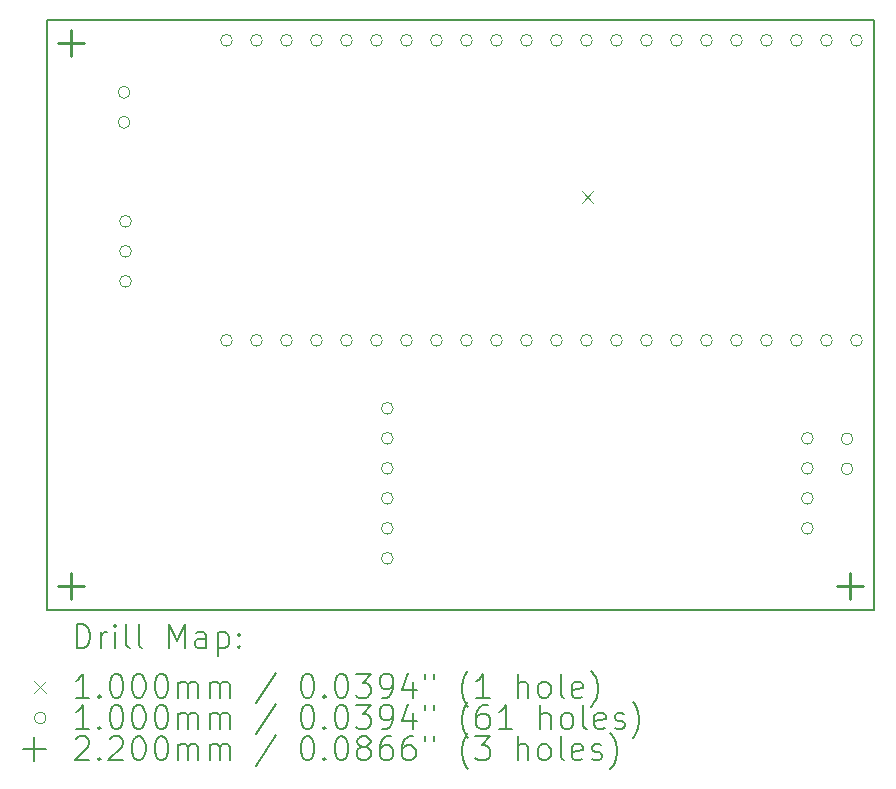
<source format=gbr>
%TF.GenerationSoftware,KiCad,Pcbnew,9.0.5*%
%TF.CreationDate,2025-11-19T03:22:14+02:00*%
%TF.ProjectId,Cronus,43726f6e-7573-42e6-9b69-6361645f7063,rev?*%
%TF.SameCoordinates,PX649cd60PY6c7aff0*%
%TF.FileFunction,Drillmap*%
%TF.FilePolarity,Positive*%
%FSLAX45Y45*%
G04 Gerber Fmt 4.5, Leading zero omitted, Abs format (unit mm)*
G04 Created by KiCad (PCBNEW 9.0.5) date 2025-11-19 03:22:14*
%MOMM*%
%LPD*%
G01*
G04 APERTURE LIST*
%ADD10C,0.200000*%
%ADD11C,0.100000*%
%ADD12C,0.220000*%
G04 APERTURE END LIST*
D10*
X100000Y5100000D02*
X7100000Y5100000D01*
X7100000Y100000D01*
X100000Y100000D01*
X100000Y5100000D01*
D11*
X4623600Y3644100D02*
X4723600Y3544100D01*
X4723600Y3644100D02*
X4623600Y3544100D01*
X799300Y4483600D02*
G75*
G02*
X699300Y4483600I-50000J0D01*
G01*
X699300Y4483600D02*
G75*
G02*
X799300Y4483600I50000J0D01*
G01*
X799300Y4229600D02*
G75*
G02*
X699300Y4229600I-50000J0D01*
G01*
X699300Y4229600D02*
G75*
G02*
X799300Y4229600I50000J0D01*
G01*
X812000Y3390900D02*
G75*
G02*
X712000Y3390900I-50000J0D01*
G01*
X712000Y3390900D02*
G75*
G02*
X812000Y3390900I50000J0D01*
G01*
X812000Y3136900D02*
G75*
G02*
X712000Y3136900I-50000J0D01*
G01*
X712000Y3136900D02*
G75*
G02*
X812000Y3136900I50000J0D01*
G01*
X812000Y2882900D02*
G75*
G02*
X712000Y2882900I-50000J0D01*
G01*
X712000Y2882900D02*
G75*
G02*
X812000Y2882900I50000J0D01*
G01*
X1666600Y4923400D02*
G75*
G02*
X1566600Y4923400I-50000J0D01*
G01*
X1566600Y4923400D02*
G75*
G02*
X1666600Y4923400I50000J0D01*
G01*
X1666600Y2383400D02*
G75*
G02*
X1566600Y2383400I-50000J0D01*
G01*
X1566600Y2383400D02*
G75*
G02*
X1666600Y2383400I50000J0D01*
G01*
X1920600Y4923400D02*
G75*
G02*
X1820600Y4923400I-50000J0D01*
G01*
X1820600Y4923400D02*
G75*
G02*
X1920600Y4923400I50000J0D01*
G01*
X1920600Y2383400D02*
G75*
G02*
X1820600Y2383400I-50000J0D01*
G01*
X1820600Y2383400D02*
G75*
G02*
X1920600Y2383400I50000J0D01*
G01*
X2174600Y4923400D02*
G75*
G02*
X2074600Y4923400I-50000J0D01*
G01*
X2074600Y4923400D02*
G75*
G02*
X2174600Y4923400I50000J0D01*
G01*
X2174600Y2383400D02*
G75*
G02*
X2074600Y2383400I-50000J0D01*
G01*
X2074600Y2383400D02*
G75*
G02*
X2174600Y2383400I50000J0D01*
G01*
X2428600Y4923400D02*
G75*
G02*
X2328600Y4923400I-50000J0D01*
G01*
X2328600Y4923400D02*
G75*
G02*
X2428600Y4923400I50000J0D01*
G01*
X2428600Y2383400D02*
G75*
G02*
X2328600Y2383400I-50000J0D01*
G01*
X2328600Y2383400D02*
G75*
G02*
X2428600Y2383400I50000J0D01*
G01*
X2682600Y4923400D02*
G75*
G02*
X2582600Y4923400I-50000J0D01*
G01*
X2582600Y4923400D02*
G75*
G02*
X2682600Y4923400I50000J0D01*
G01*
X2682600Y2383400D02*
G75*
G02*
X2582600Y2383400I-50000J0D01*
G01*
X2582600Y2383400D02*
G75*
G02*
X2682600Y2383400I50000J0D01*
G01*
X2936600Y4923400D02*
G75*
G02*
X2836600Y4923400I-50000J0D01*
G01*
X2836600Y4923400D02*
G75*
G02*
X2936600Y4923400I50000J0D01*
G01*
X2936600Y2383400D02*
G75*
G02*
X2836600Y2383400I-50000J0D01*
G01*
X2836600Y2383400D02*
G75*
G02*
X2936600Y2383400I50000J0D01*
G01*
X3027552Y1808383D02*
G75*
G02*
X2927552Y1808383I-50000J0D01*
G01*
X2927552Y1808383D02*
G75*
G02*
X3027552Y1808383I50000J0D01*
G01*
X3027552Y1554383D02*
G75*
G02*
X2927552Y1554383I-50000J0D01*
G01*
X2927552Y1554383D02*
G75*
G02*
X3027552Y1554383I50000J0D01*
G01*
X3027552Y1300383D02*
G75*
G02*
X2927552Y1300383I-50000J0D01*
G01*
X2927552Y1300383D02*
G75*
G02*
X3027552Y1300383I50000J0D01*
G01*
X3027552Y1046383D02*
G75*
G02*
X2927552Y1046383I-50000J0D01*
G01*
X2927552Y1046383D02*
G75*
G02*
X3027552Y1046383I50000J0D01*
G01*
X3027552Y792383D02*
G75*
G02*
X2927552Y792383I-50000J0D01*
G01*
X2927552Y792383D02*
G75*
G02*
X3027552Y792383I50000J0D01*
G01*
X3027552Y538383D02*
G75*
G02*
X2927552Y538383I-50000J0D01*
G01*
X2927552Y538383D02*
G75*
G02*
X3027552Y538383I50000J0D01*
G01*
X3190600Y4923400D02*
G75*
G02*
X3090600Y4923400I-50000J0D01*
G01*
X3090600Y4923400D02*
G75*
G02*
X3190600Y4923400I50000J0D01*
G01*
X3190600Y2383400D02*
G75*
G02*
X3090600Y2383400I-50000J0D01*
G01*
X3090600Y2383400D02*
G75*
G02*
X3190600Y2383400I50000J0D01*
G01*
X3444600Y4923400D02*
G75*
G02*
X3344600Y4923400I-50000J0D01*
G01*
X3344600Y4923400D02*
G75*
G02*
X3444600Y4923400I50000J0D01*
G01*
X3444600Y2383400D02*
G75*
G02*
X3344600Y2383400I-50000J0D01*
G01*
X3344600Y2383400D02*
G75*
G02*
X3444600Y2383400I50000J0D01*
G01*
X3698600Y4923400D02*
G75*
G02*
X3598600Y4923400I-50000J0D01*
G01*
X3598600Y4923400D02*
G75*
G02*
X3698600Y4923400I50000J0D01*
G01*
X3698600Y2383400D02*
G75*
G02*
X3598600Y2383400I-50000J0D01*
G01*
X3598600Y2383400D02*
G75*
G02*
X3698600Y2383400I50000J0D01*
G01*
X3952600Y4923400D02*
G75*
G02*
X3852600Y4923400I-50000J0D01*
G01*
X3852600Y4923400D02*
G75*
G02*
X3952600Y4923400I50000J0D01*
G01*
X3952600Y2383400D02*
G75*
G02*
X3852600Y2383400I-50000J0D01*
G01*
X3852600Y2383400D02*
G75*
G02*
X3952600Y2383400I50000J0D01*
G01*
X4206600Y4923400D02*
G75*
G02*
X4106600Y4923400I-50000J0D01*
G01*
X4106600Y4923400D02*
G75*
G02*
X4206600Y4923400I50000J0D01*
G01*
X4206600Y2383400D02*
G75*
G02*
X4106600Y2383400I-50000J0D01*
G01*
X4106600Y2383400D02*
G75*
G02*
X4206600Y2383400I50000J0D01*
G01*
X4460600Y4923400D02*
G75*
G02*
X4360600Y4923400I-50000J0D01*
G01*
X4360600Y4923400D02*
G75*
G02*
X4460600Y4923400I50000J0D01*
G01*
X4460600Y2383400D02*
G75*
G02*
X4360600Y2383400I-50000J0D01*
G01*
X4360600Y2383400D02*
G75*
G02*
X4460600Y2383400I50000J0D01*
G01*
X4714600Y4923400D02*
G75*
G02*
X4614600Y4923400I-50000J0D01*
G01*
X4614600Y4923400D02*
G75*
G02*
X4714600Y4923400I50000J0D01*
G01*
X4714600Y2383400D02*
G75*
G02*
X4614600Y2383400I-50000J0D01*
G01*
X4614600Y2383400D02*
G75*
G02*
X4714600Y2383400I50000J0D01*
G01*
X4968600Y4923400D02*
G75*
G02*
X4868600Y4923400I-50000J0D01*
G01*
X4868600Y4923400D02*
G75*
G02*
X4968600Y4923400I50000J0D01*
G01*
X4968600Y2383400D02*
G75*
G02*
X4868600Y2383400I-50000J0D01*
G01*
X4868600Y2383400D02*
G75*
G02*
X4968600Y2383400I50000J0D01*
G01*
X5222600Y4923400D02*
G75*
G02*
X5122600Y4923400I-50000J0D01*
G01*
X5122600Y4923400D02*
G75*
G02*
X5222600Y4923400I50000J0D01*
G01*
X5222600Y2383400D02*
G75*
G02*
X5122600Y2383400I-50000J0D01*
G01*
X5122600Y2383400D02*
G75*
G02*
X5222600Y2383400I50000J0D01*
G01*
X5476600Y4923400D02*
G75*
G02*
X5376600Y4923400I-50000J0D01*
G01*
X5376600Y4923400D02*
G75*
G02*
X5476600Y4923400I50000J0D01*
G01*
X5476600Y2383400D02*
G75*
G02*
X5376600Y2383400I-50000J0D01*
G01*
X5376600Y2383400D02*
G75*
G02*
X5476600Y2383400I50000J0D01*
G01*
X5730600Y4923400D02*
G75*
G02*
X5630600Y4923400I-50000J0D01*
G01*
X5630600Y4923400D02*
G75*
G02*
X5730600Y4923400I50000J0D01*
G01*
X5730600Y2383400D02*
G75*
G02*
X5630600Y2383400I-50000J0D01*
G01*
X5630600Y2383400D02*
G75*
G02*
X5730600Y2383400I50000J0D01*
G01*
X5984600Y4923400D02*
G75*
G02*
X5884600Y4923400I-50000J0D01*
G01*
X5884600Y4923400D02*
G75*
G02*
X5984600Y4923400I50000J0D01*
G01*
X5984600Y2383400D02*
G75*
G02*
X5884600Y2383400I-50000J0D01*
G01*
X5884600Y2383400D02*
G75*
G02*
X5984600Y2383400I50000J0D01*
G01*
X6238600Y4923400D02*
G75*
G02*
X6138600Y4923400I-50000J0D01*
G01*
X6138600Y4923400D02*
G75*
G02*
X6238600Y4923400I50000J0D01*
G01*
X6238600Y2383400D02*
G75*
G02*
X6138600Y2383400I-50000J0D01*
G01*
X6138600Y2383400D02*
G75*
G02*
X6238600Y2383400I50000J0D01*
G01*
X6492600Y4923400D02*
G75*
G02*
X6392600Y4923400I-50000J0D01*
G01*
X6392600Y4923400D02*
G75*
G02*
X6492600Y4923400I50000J0D01*
G01*
X6492600Y2383400D02*
G75*
G02*
X6392600Y2383400I-50000J0D01*
G01*
X6392600Y2383400D02*
G75*
G02*
X6492600Y2383400I50000J0D01*
G01*
X6584935Y1554513D02*
G75*
G02*
X6484935Y1554513I-50000J0D01*
G01*
X6484935Y1554513D02*
G75*
G02*
X6584935Y1554513I50000J0D01*
G01*
X6584935Y1300513D02*
G75*
G02*
X6484935Y1300513I-50000J0D01*
G01*
X6484935Y1300513D02*
G75*
G02*
X6584935Y1300513I50000J0D01*
G01*
X6584935Y1046513D02*
G75*
G02*
X6484935Y1046513I-50000J0D01*
G01*
X6484935Y1046513D02*
G75*
G02*
X6584935Y1046513I50000J0D01*
G01*
X6584935Y792513D02*
G75*
G02*
X6484935Y792513I-50000J0D01*
G01*
X6484935Y792513D02*
G75*
G02*
X6584935Y792513I50000J0D01*
G01*
X6746600Y4923400D02*
G75*
G02*
X6646600Y4923400I-50000J0D01*
G01*
X6646600Y4923400D02*
G75*
G02*
X6746600Y4923400I50000J0D01*
G01*
X6746600Y2383400D02*
G75*
G02*
X6646600Y2383400I-50000J0D01*
G01*
X6646600Y2383400D02*
G75*
G02*
X6746600Y2383400I50000J0D01*
G01*
X6920067Y1550033D02*
G75*
G02*
X6820067Y1550033I-50000J0D01*
G01*
X6820067Y1550033D02*
G75*
G02*
X6920067Y1550033I50000J0D01*
G01*
X6920067Y1296033D02*
G75*
G02*
X6820067Y1296033I-50000J0D01*
G01*
X6820067Y1296033D02*
G75*
G02*
X6920067Y1296033I50000J0D01*
G01*
X7000600Y4923400D02*
G75*
G02*
X6900600Y4923400I-50000J0D01*
G01*
X6900600Y4923400D02*
G75*
G02*
X7000600Y4923400I50000J0D01*
G01*
X7000600Y2383400D02*
G75*
G02*
X6900600Y2383400I-50000J0D01*
G01*
X6900600Y2383400D02*
G75*
G02*
X7000600Y2383400I50000J0D01*
G01*
D12*
X300000Y5010000D02*
X300000Y4790000D01*
X190000Y4900000D02*
X410000Y4900000D01*
X300000Y410000D02*
X300000Y190000D01*
X190000Y300000D02*
X410000Y300000D01*
X6900000Y410000D02*
X6900000Y190000D01*
X6790000Y300000D02*
X7010000Y300000D01*
D10*
X350777Y-221484D02*
X350777Y-21484D01*
X350777Y-21484D02*
X398396Y-21484D01*
X398396Y-21484D02*
X426967Y-31008D01*
X426967Y-31008D02*
X446015Y-50055D01*
X446015Y-50055D02*
X455539Y-69103D01*
X455539Y-69103D02*
X465062Y-107198D01*
X465062Y-107198D02*
X465062Y-135770D01*
X465062Y-135770D02*
X455539Y-173865D01*
X455539Y-173865D02*
X446015Y-192912D01*
X446015Y-192912D02*
X426967Y-211960D01*
X426967Y-211960D02*
X398396Y-221484D01*
X398396Y-221484D02*
X350777Y-221484D01*
X550777Y-221484D02*
X550777Y-88150D01*
X550777Y-126246D02*
X560301Y-107198D01*
X560301Y-107198D02*
X569824Y-97674D01*
X569824Y-97674D02*
X588872Y-88150D01*
X588872Y-88150D02*
X607920Y-88150D01*
X674586Y-221484D02*
X674586Y-88150D01*
X674586Y-21484D02*
X665063Y-31008D01*
X665063Y-31008D02*
X674586Y-40531D01*
X674586Y-40531D02*
X684110Y-31008D01*
X684110Y-31008D02*
X674586Y-21484D01*
X674586Y-21484D02*
X674586Y-40531D01*
X798396Y-221484D02*
X779348Y-211960D01*
X779348Y-211960D02*
X769824Y-192912D01*
X769824Y-192912D02*
X769824Y-21484D01*
X903158Y-221484D02*
X884110Y-211960D01*
X884110Y-211960D02*
X874586Y-192912D01*
X874586Y-192912D02*
X874586Y-21484D01*
X1131729Y-221484D02*
X1131729Y-21484D01*
X1131729Y-21484D02*
X1198396Y-164341D01*
X1198396Y-164341D02*
X1265063Y-21484D01*
X1265063Y-21484D02*
X1265063Y-221484D01*
X1446015Y-221484D02*
X1446015Y-116722D01*
X1446015Y-116722D02*
X1436491Y-97674D01*
X1436491Y-97674D02*
X1417443Y-88150D01*
X1417443Y-88150D02*
X1379348Y-88150D01*
X1379348Y-88150D02*
X1360301Y-97674D01*
X1446015Y-211960D02*
X1426967Y-221484D01*
X1426967Y-221484D02*
X1379348Y-221484D01*
X1379348Y-221484D02*
X1360301Y-211960D01*
X1360301Y-211960D02*
X1350777Y-192912D01*
X1350777Y-192912D02*
X1350777Y-173865D01*
X1350777Y-173865D02*
X1360301Y-154817D01*
X1360301Y-154817D02*
X1379348Y-145293D01*
X1379348Y-145293D02*
X1426967Y-145293D01*
X1426967Y-145293D02*
X1446015Y-135770D01*
X1541253Y-88150D02*
X1541253Y-288150D01*
X1541253Y-97674D02*
X1560301Y-88150D01*
X1560301Y-88150D02*
X1598396Y-88150D01*
X1598396Y-88150D02*
X1617443Y-97674D01*
X1617443Y-97674D02*
X1626967Y-107198D01*
X1626967Y-107198D02*
X1636491Y-126246D01*
X1636491Y-126246D02*
X1636491Y-183388D01*
X1636491Y-183388D02*
X1626967Y-202436D01*
X1626967Y-202436D02*
X1617443Y-211960D01*
X1617443Y-211960D02*
X1598396Y-221484D01*
X1598396Y-221484D02*
X1560301Y-221484D01*
X1560301Y-221484D02*
X1541253Y-211960D01*
X1722205Y-202436D02*
X1731729Y-211960D01*
X1731729Y-211960D02*
X1722205Y-221484D01*
X1722205Y-221484D02*
X1712682Y-211960D01*
X1712682Y-211960D02*
X1722205Y-202436D01*
X1722205Y-202436D02*
X1722205Y-221484D01*
X1722205Y-97674D02*
X1731729Y-107198D01*
X1731729Y-107198D02*
X1722205Y-116722D01*
X1722205Y-116722D02*
X1712682Y-107198D01*
X1712682Y-107198D02*
X1722205Y-97674D01*
X1722205Y-97674D02*
X1722205Y-116722D01*
D11*
X-10000Y-500000D02*
X90000Y-600000D01*
X90000Y-500000D02*
X-10000Y-600000D01*
D10*
X455539Y-641484D02*
X341253Y-641484D01*
X398396Y-641484D02*
X398396Y-441484D01*
X398396Y-441484D02*
X379348Y-470055D01*
X379348Y-470055D02*
X360301Y-489103D01*
X360301Y-489103D02*
X341253Y-498627D01*
X541253Y-622436D02*
X550777Y-631960D01*
X550777Y-631960D02*
X541253Y-641484D01*
X541253Y-641484D02*
X531729Y-631960D01*
X531729Y-631960D02*
X541253Y-622436D01*
X541253Y-622436D02*
X541253Y-641484D01*
X674586Y-441484D02*
X693634Y-441484D01*
X693634Y-441484D02*
X712682Y-451008D01*
X712682Y-451008D02*
X722205Y-460531D01*
X722205Y-460531D02*
X731729Y-479579D01*
X731729Y-479579D02*
X741253Y-517674D01*
X741253Y-517674D02*
X741253Y-565293D01*
X741253Y-565293D02*
X731729Y-603389D01*
X731729Y-603389D02*
X722205Y-622436D01*
X722205Y-622436D02*
X712682Y-631960D01*
X712682Y-631960D02*
X693634Y-641484D01*
X693634Y-641484D02*
X674586Y-641484D01*
X674586Y-641484D02*
X655539Y-631960D01*
X655539Y-631960D02*
X646015Y-622436D01*
X646015Y-622436D02*
X636491Y-603389D01*
X636491Y-603389D02*
X626967Y-565293D01*
X626967Y-565293D02*
X626967Y-517674D01*
X626967Y-517674D02*
X636491Y-479579D01*
X636491Y-479579D02*
X646015Y-460531D01*
X646015Y-460531D02*
X655539Y-451008D01*
X655539Y-451008D02*
X674586Y-441484D01*
X865062Y-441484D02*
X884110Y-441484D01*
X884110Y-441484D02*
X903158Y-451008D01*
X903158Y-451008D02*
X912682Y-460531D01*
X912682Y-460531D02*
X922205Y-479579D01*
X922205Y-479579D02*
X931729Y-517674D01*
X931729Y-517674D02*
X931729Y-565293D01*
X931729Y-565293D02*
X922205Y-603389D01*
X922205Y-603389D02*
X912682Y-622436D01*
X912682Y-622436D02*
X903158Y-631960D01*
X903158Y-631960D02*
X884110Y-641484D01*
X884110Y-641484D02*
X865062Y-641484D01*
X865062Y-641484D02*
X846015Y-631960D01*
X846015Y-631960D02*
X836491Y-622436D01*
X836491Y-622436D02*
X826967Y-603389D01*
X826967Y-603389D02*
X817443Y-565293D01*
X817443Y-565293D02*
X817443Y-517674D01*
X817443Y-517674D02*
X826967Y-479579D01*
X826967Y-479579D02*
X836491Y-460531D01*
X836491Y-460531D02*
X846015Y-451008D01*
X846015Y-451008D02*
X865062Y-441484D01*
X1055539Y-441484D02*
X1074586Y-441484D01*
X1074586Y-441484D02*
X1093634Y-451008D01*
X1093634Y-451008D02*
X1103158Y-460531D01*
X1103158Y-460531D02*
X1112682Y-479579D01*
X1112682Y-479579D02*
X1122205Y-517674D01*
X1122205Y-517674D02*
X1122205Y-565293D01*
X1122205Y-565293D02*
X1112682Y-603389D01*
X1112682Y-603389D02*
X1103158Y-622436D01*
X1103158Y-622436D02*
X1093634Y-631960D01*
X1093634Y-631960D02*
X1074586Y-641484D01*
X1074586Y-641484D02*
X1055539Y-641484D01*
X1055539Y-641484D02*
X1036491Y-631960D01*
X1036491Y-631960D02*
X1026967Y-622436D01*
X1026967Y-622436D02*
X1017443Y-603389D01*
X1017443Y-603389D02*
X1007920Y-565293D01*
X1007920Y-565293D02*
X1007920Y-517674D01*
X1007920Y-517674D02*
X1017443Y-479579D01*
X1017443Y-479579D02*
X1026967Y-460531D01*
X1026967Y-460531D02*
X1036491Y-451008D01*
X1036491Y-451008D02*
X1055539Y-441484D01*
X1207920Y-641484D02*
X1207920Y-508150D01*
X1207920Y-527198D02*
X1217444Y-517674D01*
X1217444Y-517674D02*
X1236491Y-508150D01*
X1236491Y-508150D02*
X1265063Y-508150D01*
X1265063Y-508150D02*
X1284110Y-517674D01*
X1284110Y-517674D02*
X1293634Y-536722D01*
X1293634Y-536722D02*
X1293634Y-641484D01*
X1293634Y-536722D02*
X1303158Y-517674D01*
X1303158Y-517674D02*
X1322205Y-508150D01*
X1322205Y-508150D02*
X1350777Y-508150D01*
X1350777Y-508150D02*
X1369825Y-517674D01*
X1369825Y-517674D02*
X1379348Y-536722D01*
X1379348Y-536722D02*
X1379348Y-641484D01*
X1474586Y-641484D02*
X1474586Y-508150D01*
X1474586Y-527198D02*
X1484110Y-517674D01*
X1484110Y-517674D02*
X1503158Y-508150D01*
X1503158Y-508150D02*
X1531729Y-508150D01*
X1531729Y-508150D02*
X1550777Y-517674D01*
X1550777Y-517674D02*
X1560301Y-536722D01*
X1560301Y-536722D02*
X1560301Y-641484D01*
X1560301Y-536722D02*
X1569824Y-517674D01*
X1569824Y-517674D02*
X1588872Y-508150D01*
X1588872Y-508150D02*
X1617443Y-508150D01*
X1617443Y-508150D02*
X1636491Y-517674D01*
X1636491Y-517674D02*
X1646015Y-536722D01*
X1646015Y-536722D02*
X1646015Y-641484D01*
X2036491Y-431960D02*
X1865063Y-689103D01*
X2293634Y-441484D02*
X2312682Y-441484D01*
X2312682Y-441484D02*
X2331729Y-451008D01*
X2331729Y-451008D02*
X2341253Y-460531D01*
X2341253Y-460531D02*
X2350777Y-479579D01*
X2350777Y-479579D02*
X2360301Y-517674D01*
X2360301Y-517674D02*
X2360301Y-565293D01*
X2360301Y-565293D02*
X2350777Y-603389D01*
X2350777Y-603389D02*
X2341253Y-622436D01*
X2341253Y-622436D02*
X2331729Y-631960D01*
X2331729Y-631960D02*
X2312682Y-641484D01*
X2312682Y-641484D02*
X2293634Y-641484D01*
X2293634Y-641484D02*
X2274587Y-631960D01*
X2274587Y-631960D02*
X2265063Y-622436D01*
X2265063Y-622436D02*
X2255539Y-603389D01*
X2255539Y-603389D02*
X2246015Y-565293D01*
X2246015Y-565293D02*
X2246015Y-517674D01*
X2246015Y-517674D02*
X2255539Y-479579D01*
X2255539Y-479579D02*
X2265063Y-460531D01*
X2265063Y-460531D02*
X2274587Y-451008D01*
X2274587Y-451008D02*
X2293634Y-441484D01*
X2446015Y-622436D02*
X2455539Y-631960D01*
X2455539Y-631960D02*
X2446015Y-641484D01*
X2446015Y-641484D02*
X2436491Y-631960D01*
X2436491Y-631960D02*
X2446015Y-622436D01*
X2446015Y-622436D02*
X2446015Y-641484D01*
X2579348Y-441484D02*
X2598396Y-441484D01*
X2598396Y-441484D02*
X2617444Y-451008D01*
X2617444Y-451008D02*
X2626968Y-460531D01*
X2626968Y-460531D02*
X2636491Y-479579D01*
X2636491Y-479579D02*
X2646015Y-517674D01*
X2646015Y-517674D02*
X2646015Y-565293D01*
X2646015Y-565293D02*
X2636491Y-603389D01*
X2636491Y-603389D02*
X2626968Y-622436D01*
X2626968Y-622436D02*
X2617444Y-631960D01*
X2617444Y-631960D02*
X2598396Y-641484D01*
X2598396Y-641484D02*
X2579348Y-641484D01*
X2579348Y-641484D02*
X2560301Y-631960D01*
X2560301Y-631960D02*
X2550777Y-622436D01*
X2550777Y-622436D02*
X2541253Y-603389D01*
X2541253Y-603389D02*
X2531729Y-565293D01*
X2531729Y-565293D02*
X2531729Y-517674D01*
X2531729Y-517674D02*
X2541253Y-479579D01*
X2541253Y-479579D02*
X2550777Y-460531D01*
X2550777Y-460531D02*
X2560301Y-451008D01*
X2560301Y-451008D02*
X2579348Y-441484D01*
X2712682Y-441484D02*
X2836491Y-441484D01*
X2836491Y-441484D02*
X2769825Y-517674D01*
X2769825Y-517674D02*
X2798396Y-517674D01*
X2798396Y-517674D02*
X2817444Y-527198D01*
X2817444Y-527198D02*
X2826967Y-536722D01*
X2826967Y-536722D02*
X2836491Y-555770D01*
X2836491Y-555770D02*
X2836491Y-603389D01*
X2836491Y-603389D02*
X2826967Y-622436D01*
X2826967Y-622436D02*
X2817444Y-631960D01*
X2817444Y-631960D02*
X2798396Y-641484D01*
X2798396Y-641484D02*
X2741253Y-641484D01*
X2741253Y-641484D02*
X2722206Y-631960D01*
X2722206Y-631960D02*
X2712682Y-622436D01*
X2931729Y-641484D02*
X2969825Y-641484D01*
X2969825Y-641484D02*
X2988872Y-631960D01*
X2988872Y-631960D02*
X2998396Y-622436D01*
X2998396Y-622436D02*
X3017444Y-593865D01*
X3017444Y-593865D02*
X3026967Y-555770D01*
X3026967Y-555770D02*
X3026967Y-479579D01*
X3026967Y-479579D02*
X3017444Y-460531D01*
X3017444Y-460531D02*
X3007920Y-451008D01*
X3007920Y-451008D02*
X2988872Y-441484D01*
X2988872Y-441484D02*
X2950777Y-441484D01*
X2950777Y-441484D02*
X2931729Y-451008D01*
X2931729Y-451008D02*
X2922206Y-460531D01*
X2922206Y-460531D02*
X2912682Y-479579D01*
X2912682Y-479579D02*
X2912682Y-527198D01*
X2912682Y-527198D02*
X2922206Y-546246D01*
X2922206Y-546246D02*
X2931729Y-555770D01*
X2931729Y-555770D02*
X2950777Y-565293D01*
X2950777Y-565293D02*
X2988872Y-565293D01*
X2988872Y-565293D02*
X3007920Y-555770D01*
X3007920Y-555770D02*
X3017444Y-546246D01*
X3017444Y-546246D02*
X3026967Y-527198D01*
X3198396Y-508150D02*
X3198396Y-641484D01*
X3150777Y-431960D02*
X3103158Y-574817D01*
X3103158Y-574817D02*
X3226967Y-574817D01*
X3293634Y-441484D02*
X3293634Y-479579D01*
X3369825Y-441484D02*
X3369825Y-479579D01*
X3665063Y-717674D02*
X3655539Y-708150D01*
X3655539Y-708150D02*
X3636491Y-679579D01*
X3636491Y-679579D02*
X3626968Y-660531D01*
X3626968Y-660531D02*
X3617444Y-631960D01*
X3617444Y-631960D02*
X3607920Y-584341D01*
X3607920Y-584341D02*
X3607920Y-546246D01*
X3607920Y-546246D02*
X3617444Y-498627D01*
X3617444Y-498627D02*
X3626968Y-470055D01*
X3626968Y-470055D02*
X3636491Y-451008D01*
X3636491Y-451008D02*
X3655539Y-422436D01*
X3655539Y-422436D02*
X3665063Y-412912D01*
X3846015Y-641484D02*
X3731729Y-641484D01*
X3788872Y-641484D02*
X3788872Y-441484D01*
X3788872Y-441484D02*
X3769825Y-470055D01*
X3769825Y-470055D02*
X3750777Y-489103D01*
X3750777Y-489103D02*
X3731729Y-498627D01*
X4084110Y-641484D02*
X4084110Y-441484D01*
X4169825Y-641484D02*
X4169825Y-536722D01*
X4169825Y-536722D02*
X4160301Y-517674D01*
X4160301Y-517674D02*
X4141253Y-508150D01*
X4141253Y-508150D02*
X4112682Y-508150D01*
X4112682Y-508150D02*
X4093634Y-517674D01*
X4093634Y-517674D02*
X4084110Y-527198D01*
X4293634Y-641484D02*
X4274587Y-631960D01*
X4274587Y-631960D02*
X4265063Y-622436D01*
X4265063Y-622436D02*
X4255539Y-603389D01*
X4255539Y-603389D02*
X4255539Y-546246D01*
X4255539Y-546246D02*
X4265063Y-527198D01*
X4265063Y-527198D02*
X4274587Y-517674D01*
X4274587Y-517674D02*
X4293634Y-508150D01*
X4293634Y-508150D02*
X4322206Y-508150D01*
X4322206Y-508150D02*
X4341253Y-517674D01*
X4341253Y-517674D02*
X4350777Y-527198D01*
X4350777Y-527198D02*
X4360301Y-546246D01*
X4360301Y-546246D02*
X4360301Y-603389D01*
X4360301Y-603389D02*
X4350777Y-622436D01*
X4350777Y-622436D02*
X4341253Y-631960D01*
X4341253Y-631960D02*
X4322206Y-641484D01*
X4322206Y-641484D02*
X4293634Y-641484D01*
X4474587Y-641484D02*
X4455539Y-631960D01*
X4455539Y-631960D02*
X4446015Y-612912D01*
X4446015Y-612912D02*
X4446015Y-441484D01*
X4626968Y-631960D02*
X4607920Y-641484D01*
X4607920Y-641484D02*
X4569825Y-641484D01*
X4569825Y-641484D02*
X4550777Y-631960D01*
X4550777Y-631960D02*
X4541253Y-612912D01*
X4541253Y-612912D02*
X4541253Y-536722D01*
X4541253Y-536722D02*
X4550777Y-517674D01*
X4550777Y-517674D02*
X4569825Y-508150D01*
X4569825Y-508150D02*
X4607920Y-508150D01*
X4607920Y-508150D02*
X4626968Y-517674D01*
X4626968Y-517674D02*
X4636492Y-536722D01*
X4636492Y-536722D02*
X4636492Y-555770D01*
X4636492Y-555770D02*
X4541253Y-574817D01*
X4703158Y-717674D02*
X4712682Y-708150D01*
X4712682Y-708150D02*
X4731730Y-679579D01*
X4731730Y-679579D02*
X4741253Y-660531D01*
X4741253Y-660531D02*
X4750777Y-631960D01*
X4750777Y-631960D02*
X4760301Y-584341D01*
X4760301Y-584341D02*
X4760301Y-546246D01*
X4760301Y-546246D02*
X4750777Y-498627D01*
X4750777Y-498627D02*
X4741253Y-470055D01*
X4741253Y-470055D02*
X4731730Y-451008D01*
X4731730Y-451008D02*
X4712682Y-422436D01*
X4712682Y-422436D02*
X4703158Y-412912D01*
D11*
X90000Y-814000D02*
G75*
G02*
X-10000Y-814000I-50000J0D01*
G01*
X-10000Y-814000D02*
G75*
G02*
X90000Y-814000I50000J0D01*
G01*
D10*
X455539Y-905484D02*
X341253Y-905484D01*
X398396Y-905484D02*
X398396Y-705484D01*
X398396Y-705484D02*
X379348Y-734055D01*
X379348Y-734055D02*
X360301Y-753103D01*
X360301Y-753103D02*
X341253Y-762627D01*
X541253Y-886436D02*
X550777Y-895960D01*
X550777Y-895960D02*
X541253Y-905484D01*
X541253Y-905484D02*
X531729Y-895960D01*
X531729Y-895960D02*
X541253Y-886436D01*
X541253Y-886436D02*
X541253Y-905484D01*
X674586Y-705484D02*
X693634Y-705484D01*
X693634Y-705484D02*
X712682Y-715008D01*
X712682Y-715008D02*
X722205Y-724531D01*
X722205Y-724531D02*
X731729Y-743579D01*
X731729Y-743579D02*
X741253Y-781674D01*
X741253Y-781674D02*
X741253Y-829293D01*
X741253Y-829293D02*
X731729Y-867388D01*
X731729Y-867388D02*
X722205Y-886436D01*
X722205Y-886436D02*
X712682Y-895960D01*
X712682Y-895960D02*
X693634Y-905484D01*
X693634Y-905484D02*
X674586Y-905484D01*
X674586Y-905484D02*
X655539Y-895960D01*
X655539Y-895960D02*
X646015Y-886436D01*
X646015Y-886436D02*
X636491Y-867388D01*
X636491Y-867388D02*
X626967Y-829293D01*
X626967Y-829293D02*
X626967Y-781674D01*
X626967Y-781674D02*
X636491Y-743579D01*
X636491Y-743579D02*
X646015Y-724531D01*
X646015Y-724531D02*
X655539Y-715008D01*
X655539Y-715008D02*
X674586Y-705484D01*
X865062Y-705484D02*
X884110Y-705484D01*
X884110Y-705484D02*
X903158Y-715008D01*
X903158Y-715008D02*
X912682Y-724531D01*
X912682Y-724531D02*
X922205Y-743579D01*
X922205Y-743579D02*
X931729Y-781674D01*
X931729Y-781674D02*
X931729Y-829293D01*
X931729Y-829293D02*
X922205Y-867388D01*
X922205Y-867388D02*
X912682Y-886436D01*
X912682Y-886436D02*
X903158Y-895960D01*
X903158Y-895960D02*
X884110Y-905484D01*
X884110Y-905484D02*
X865062Y-905484D01*
X865062Y-905484D02*
X846015Y-895960D01*
X846015Y-895960D02*
X836491Y-886436D01*
X836491Y-886436D02*
X826967Y-867388D01*
X826967Y-867388D02*
X817443Y-829293D01*
X817443Y-829293D02*
X817443Y-781674D01*
X817443Y-781674D02*
X826967Y-743579D01*
X826967Y-743579D02*
X836491Y-724531D01*
X836491Y-724531D02*
X846015Y-715008D01*
X846015Y-715008D02*
X865062Y-705484D01*
X1055539Y-705484D02*
X1074586Y-705484D01*
X1074586Y-705484D02*
X1093634Y-715008D01*
X1093634Y-715008D02*
X1103158Y-724531D01*
X1103158Y-724531D02*
X1112682Y-743579D01*
X1112682Y-743579D02*
X1122205Y-781674D01*
X1122205Y-781674D02*
X1122205Y-829293D01*
X1122205Y-829293D02*
X1112682Y-867388D01*
X1112682Y-867388D02*
X1103158Y-886436D01*
X1103158Y-886436D02*
X1093634Y-895960D01*
X1093634Y-895960D02*
X1074586Y-905484D01*
X1074586Y-905484D02*
X1055539Y-905484D01*
X1055539Y-905484D02*
X1036491Y-895960D01*
X1036491Y-895960D02*
X1026967Y-886436D01*
X1026967Y-886436D02*
X1017443Y-867388D01*
X1017443Y-867388D02*
X1007920Y-829293D01*
X1007920Y-829293D02*
X1007920Y-781674D01*
X1007920Y-781674D02*
X1017443Y-743579D01*
X1017443Y-743579D02*
X1026967Y-724531D01*
X1026967Y-724531D02*
X1036491Y-715008D01*
X1036491Y-715008D02*
X1055539Y-705484D01*
X1207920Y-905484D02*
X1207920Y-772150D01*
X1207920Y-791198D02*
X1217444Y-781674D01*
X1217444Y-781674D02*
X1236491Y-772150D01*
X1236491Y-772150D02*
X1265063Y-772150D01*
X1265063Y-772150D02*
X1284110Y-781674D01*
X1284110Y-781674D02*
X1293634Y-800722D01*
X1293634Y-800722D02*
X1293634Y-905484D01*
X1293634Y-800722D02*
X1303158Y-781674D01*
X1303158Y-781674D02*
X1322205Y-772150D01*
X1322205Y-772150D02*
X1350777Y-772150D01*
X1350777Y-772150D02*
X1369825Y-781674D01*
X1369825Y-781674D02*
X1379348Y-800722D01*
X1379348Y-800722D02*
X1379348Y-905484D01*
X1474586Y-905484D02*
X1474586Y-772150D01*
X1474586Y-791198D02*
X1484110Y-781674D01*
X1484110Y-781674D02*
X1503158Y-772150D01*
X1503158Y-772150D02*
X1531729Y-772150D01*
X1531729Y-772150D02*
X1550777Y-781674D01*
X1550777Y-781674D02*
X1560301Y-800722D01*
X1560301Y-800722D02*
X1560301Y-905484D01*
X1560301Y-800722D02*
X1569824Y-781674D01*
X1569824Y-781674D02*
X1588872Y-772150D01*
X1588872Y-772150D02*
X1617443Y-772150D01*
X1617443Y-772150D02*
X1636491Y-781674D01*
X1636491Y-781674D02*
X1646015Y-800722D01*
X1646015Y-800722D02*
X1646015Y-905484D01*
X2036491Y-695960D02*
X1865063Y-953103D01*
X2293634Y-705484D02*
X2312682Y-705484D01*
X2312682Y-705484D02*
X2331729Y-715008D01*
X2331729Y-715008D02*
X2341253Y-724531D01*
X2341253Y-724531D02*
X2350777Y-743579D01*
X2350777Y-743579D02*
X2360301Y-781674D01*
X2360301Y-781674D02*
X2360301Y-829293D01*
X2360301Y-829293D02*
X2350777Y-867388D01*
X2350777Y-867388D02*
X2341253Y-886436D01*
X2341253Y-886436D02*
X2331729Y-895960D01*
X2331729Y-895960D02*
X2312682Y-905484D01*
X2312682Y-905484D02*
X2293634Y-905484D01*
X2293634Y-905484D02*
X2274587Y-895960D01*
X2274587Y-895960D02*
X2265063Y-886436D01*
X2265063Y-886436D02*
X2255539Y-867388D01*
X2255539Y-867388D02*
X2246015Y-829293D01*
X2246015Y-829293D02*
X2246015Y-781674D01*
X2246015Y-781674D02*
X2255539Y-743579D01*
X2255539Y-743579D02*
X2265063Y-724531D01*
X2265063Y-724531D02*
X2274587Y-715008D01*
X2274587Y-715008D02*
X2293634Y-705484D01*
X2446015Y-886436D02*
X2455539Y-895960D01*
X2455539Y-895960D02*
X2446015Y-905484D01*
X2446015Y-905484D02*
X2436491Y-895960D01*
X2436491Y-895960D02*
X2446015Y-886436D01*
X2446015Y-886436D02*
X2446015Y-905484D01*
X2579348Y-705484D02*
X2598396Y-705484D01*
X2598396Y-705484D02*
X2617444Y-715008D01*
X2617444Y-715008D02*
X2626968Y-724531D01*
X2626968Y-724531D02*
X2636491Y-743579D01*
X2636491Y-743579D02*
X2646015Y-781674D01*
X2646015Y-781674D02*
X2646015Y-829293D01*
X2646015Y-829293D02*
X2636491Y-867388D01*
X2636491Y-867388D02*
X2626968Y-886436D01*
X2626968Y-886436D02*
X2617444Y-895960D01*
X2617444Y-895960D02*
X2598396Y-905484D01*
X2598396Y-905484D02*
X2579348Y-905484D01*
X2579348Y-905484D02*
X2560301Y-895960D01*
X2560301Y-895960D02*
X2550777Y-886436D01*
X2550777Y-886436D02*
X2541253Y-867388D01*
X2541253Y-867388D02*
X2531729Y-829293D01*
X2531729Y-829293D02*
X2531729Y-781674D01*
X2531729Y-781674D02*
X2541253Y-743579D01*
X2541253Y-743579D02*
X2550777Y-724531D01*
X2550777Y-724531D02*
X2560301Y-715008D01*
X2560301Y-715008D02*
X2579348Y-705484D01*
X2712682Y-705484D02*
X2836491Y-705484D01*
X2836491Y-705484D02*
X2769825Y-781674D01*
X2769825Y-781674D02*
X2798396Y-781674D01*
X2798396Y-781674D02*
X2817444Y-791198D01*
X2817444Y-791198D02*
X2826967Y-800722D01*
X2826967Y-800722D02*
X2836491Y-819769D01*
X2836491Y-819769D02*
X2836491Y-867388D01*
X2836491Y-867388D02*
X2826967Y-886436D01*
X2826967Y-886436D02*
X2817444Y-895960D01*
X2817444Y-895960D02*
X2798396Y-905484D01*
X2798396Y-905484D02*
X2741253Y-905484D01*
X2741253Y-905484D02*
X2722206Y-895960D01*
X2722206Y-895960D02*
X2712682Y-886436D01*
X2931729Y-905484D02*
X2969825Y-905484D01*
X2969825Y-905484D02*
X2988872Y-895960D01*
X2988872Y-895960D02*
X2998396Y-886436D01*
X2998396Y-886436D02*
X3017444Y-857865D01*
X3017444Y-857865D02*
X3026967Y-819769D01*
X3026967Y-819769D02*
X3026967Y-743579D01*
X3026967Y-743579D02*
X3017444Y-724531D01*
X3017444Y-724531D02*
X3007920Y-715008D01*
X3007920Y-715008D02*
X2988872Y-705484D01*
X2988872Y-705484D02*
X2950777Y-705484D01*
X2950777Y-705484D02*
X2931729Y-715008D01*
X2931729Y-715008D02*
X2922206Y-724531D01*
X2922206Y-724531D02*
X2912682Y-743579D01*
X2912682Y-743579D02*
X2912682Y-791198D01*
X2912682Y-791198D02*
X2922206Y-810246D01*
X2922206Y-810246D02*
X2931729Y-819769D01*
X2931729Y-819769D02*
X2950777Y-829293D01*
X2950777Y-829293D02*
X2988872Y-829293D01*
X2988872Y-829293D02*
X3007920Y-819769D01*
X3007920Y-819769D02*
X3017444Y-810246D01*
X3017444Y-810246D02*
X3026967Y-791198D01*
X3198396Y-772150D02*
X3198396Y-905484D01*
X3150777Y-695960D02*
X3103158Y-838817D01*
X3103158Y-838817D02*
X3226967Y-838817D01*
X3293634Y-705484D02*
X3293634Y-743579D01*
X3369825Y-705484D02*
X3369825Y-743579D01*
X3665063Y-981674D02*
X3655539Y-972150D01*
X3655539Y-972150D02*
X3636491Y-943579D01*
X3636491Y-943579D02*
X3626968Y-924531D01*
X3626968Y-924531D02*
X3617444Y-895960D01*
X3617444Y-895960D02*
X3607920Y-848341D01*
X3607920Y-848341D02*
X3607920Y-810246D01*
X3607920Y-810246D02*
X3617444Y-762627D01*
X3617444Y-762627D02*
X3626968Y-734055D01*
X3626968Y-734055D02*
X3636491Y-715008D01*
X3636491Y-715008D02*
X3655539Y-686436D01*
X3655539Y-686436D02*
X3665063Y-676912D01*
X3826968Y-705484D02*
X3788872Y-705484D01*
X3788872Y-705484D02*
X3769825Y-715008D01*
X3769825Y-715008D02*
X3760301Y-724531D01*
X3760301Y-724531D02*
X3741253Y-753103D01*
X3741253Y-753103D02*
X3731729Y-791198D01*
X3731729Y-791198D02*
X3731729Y-867388D01*
X3731729Y-867388D02*
X3741253Y-886436D01*
X3741253Y-886436D02*
X3750777Y-895960D01*
X3750777Y-895960D02*
X3769825Y-905484D01*
X3769825Y-905484D02*
X3807920Y-905484D01*
X3807920Y-905484D02*
X3826968Y-895960D01*
X3826968Y-895960D02*
X3836491Y-886436D01*
X3836491Y-886436D02*
X3846015Y-867388D01*
X3846015Y-867388D02*
X3846015Y-819769D01*
X3846015Y-819769D02*
X3836491Y-800722D01*
X3836491Y-800722D02*
X3826968Y-791198D01*
X3826968Y-791198D02*
X3807920Y-781674D01*
X3807920Y-781674D02*
X3769825Y-781674D01*
X3769825Y-781674D02*
X3750777Y-791198D01*
X3750777Y-791198D02*
X3741253Y-800722D01*
X3741253Y-800722D02*
X3731729Y-819769D01*
X4036491Y-905484D02*
X3922206Y-905484D01*
X3979348Y-905484D02*
X3979348Y-705484D01*
X3979348Y-705484D02*
X3960301Y-734055D01*
X3960301Y-734055D02*
X3941253Y-753103D01*
X3941253Y-753103D02*
X3922206Y-762627D01*
X4274587Y-905484D02*
X4274587Y-705484D01*
X4360301Y-905484D02*
X4360301Y-800722D01*
X4360301Y-800722D02*
X4350777Y-781674D01*
X4350777Y-781674D02*
X4331730Y-772150D01*
X4331730Y-772150D02*
X4303158Y-772150D01*
X4303158Y-772150D02*
X4284111Y-781674D01*
X4284111Y-781674D02*
X4274587Y-791198D01*
X4484111Y-905484D02*
X4465063Y-895960D01*
X4465063Y-895960D02*
X4455539Y-886436D01*
X4455539Y-886436D02*
X4446015Y-867388D01*
X4446015Y-867388D02*
X4446015Y-810246D01*
X4446015Y-810246D02*
X4455539Y-791198D01*
X4455539Y-791198D02*
X4465063Y-781674D01*
X4465063Y-781674D02*
X4484111Y-772150D01*
X4484111Y-772150D02*
X4512682Y-772150D01*
X4512682Y-772150D02*
X4531730Y-781674D01*
X4531730Y-781674D02*
X4541253Y-791198D01*
X4541253Y-791198D02*
X4550777Y-810246D01*
X4550777Y-810246D02*
X4550777Y-867388D01*
X4550777Y-867388D02*
X4541253Y-886436D01*
X4541253Y-886436D02*
X4531730Y-895960D01*
X4531730Y-895960D02*
X4512682Y-905484D01*
X4512682Y-905484D02*
X4484111Y-905484D01*
X4665063Y-905484D02*
X4646015Y-895960D01*
X4646015Y-895960D02*
X4636492Y-876912D01*
X4636492Y-876912D02*
X4636492Y-705484D01*
X4817444Y-895960D02*
X4798396Y-905484D01*
X4798396Y-905484D02*
X4760301Y-905484D01*
X4760301Y-905484D02*
X4741253Y-895960D01*
X4741253Y-895960D02*
X4731730Y-876912D01*
X4731730Y-876912D02*
X4731730Y-800722D01*
X4731730Y-800722D02*
X4741253Y-781674D01*
X4741253Y-781674D02*
X4760301Y-772150D01*
X4760301Y-772150D02*
X4798396Y-772150D01*
X4798396Y-772150D02*
X4817444Y-781674D01*
X4817444Y-781674D02*
X4826968Y-800722D01*
X4826968Y-800722D02*
X4826968Y-819769D01*
X4826968Y-819769D02*
X4731730Y-838817D01*
X4903158Y-895960D02*
X4922206Y-905484D01*
X4922206Y-905484D02*
X4960301Y-905484D01*
X4960301Y-905484D02*
X4979349Y-895960D01*
X4979349Y-895960D02*
X4988873Y-876912D01*
X4988873Y-876912D02*
X4988873Y-867388D01*
X4988873Y-867388D02*
X4979349Y-848341D01*
X4979349Y-848341D02*
X4960301Y-838817D01*
X4960301Y-838817D02*
X4931730Y-838817D01*
X4931730Y-838817D02*
X4912682Y-829293D01*
X4912682Y-829293D02*
X4903158Y-810246D01*
X4903158Y-810246D02*
X4903158Y-800722D01*
X4903158Y-800722D02*
X4912682Y-781674D01*
X4912682Y-781674D02*
X4931730Y-772150D01*
X4931730Y-772150D02*
X4960301Y-772150D01*
X4960301Y-772150D02*
X4979349Y-781674D01*
X5055539Y-981674D02*
X5065063Y-972150D01*
X5065063Y-972150D02*
X5084111Y-943579D01*
X5084111Y-943579D02*
X5093634Y-924531D01*
X5093634Y-924531D02*
X5103158Y-895960D01*
X5103158Y-895960D02*
X5112682Y-848341D01*
X5112682Y-848341D02*
X5112682Y-810246D01*
X5112682Y-810246D02*
X5103158Y-762627D01*
X5103158Y-762627D02*
X5093634Y-734055D01*
X5093634Y-734055D02*
X5084111Y-715008D01*
X5084111Y-715008D02*
X5065063Y-686436D01*
X5065063Y-686436D02*
X5055539Y-676912D01*
X-10000Y-978000D02*
X-10000Y-1178000D01*
X-110000Y-1078000D02*
X90000Y-1078000D01*
X341253Y-988531D02*
X350777Y-979008D01*
X350777Y-979008D02*
X369824Y-969484D01*
X369824Y-969484D02*
X417443Y-969484D01*
X417443Y-969484D02*
X436491Y-979008D01*
X436491Y-979008D02*
X446015Y-988531D01*
X446015Y-988531D02*
X455539Y-1007579D01*
X455539Y-1007579D02*
X455539Y-1026627D01*
X455539Y-1026627D02*
X446015Y-1055198D01*
X446015Y-1055198D02*
X331729Y-1169484D01*
X331729Y-1169484D02*
X455539Y-1169484D01*
X541253Y-1150436D02*
X550777Y-1159960D01*
X550777Y-1159960D02*
X541253Y-1169484D01*
X541253Y-1169484D02*
X531729Y-1159960D01*
X531729Y-1159960D02*
X541253Y-1150436D01*
X541253Y-1150436D02*
X541253Y-1169484D01*
X626967Y-988531D02*
X636491Y-979008D01*
X636491Y-979008D02*
X655539Y-969484D01*
X655539Y-969484D02*
X703158Y-969484D01*
X703158Y-969484D02*
X722205Y-979008D01*
X722205Y-979008D02*
X731729Y-988531D01*
X731729Y-988531D02*
X741253Y-1007579D01*
X741253Y-1007579D02*
X741253Y-1026627D01*
X741253Y-1026627D02*
X731729Y-1055198D01*
X731729Y-1055198D02*
X617444Y-1169484D01*
X617444Y-1169484D02*
X741253Y-1169484D01*
X865062Y-969484D02*
X884110Y-969484D01*
X884110Y-969484D02*
X903158Y-979008D01*
X903158Y-979008D02*
X912682Y-988531D01*
X912682Y-988531D02*
X922205Y-1007579D01*
X922205Y-1007579D02*
X931729Y-1045674D01*
X931729Y-1045674D02*
X931729Y-1093293D01*
X931729Y-1093293D02*
X922205Y-1131389D01*
X922205Y-1131389D02*
X912682Y-1150436D01*
X912682Y-1150436D02*
X903158Y-1159960D01*
X903158Y-1159960D02*
X884110Y-1169484D01*
X884110Y-1169484D02*
X865062Y-1169484D01*
X865062Y-1169484D02*
X846015Y-1159960D01*
X846015Y-1159960D02*
X836491Y-1150436D01*
X836491Y-1150436D02*
X826967Y-1131389D01*
X826967Y-1131389D02*
X817443Y-1093293D01*
X817443Y-1093293D02*
X817443Y-1045674D01*
X817443Y-1045674D02*
X826967Y-1007579D01*
X826967Y-1007579D02*
X836491Y-988531D01*
X836491Y-988531D02*
X846015Y-979008D01*
X846015Y-979008D02*
X865062Y-969484D01*
X1055539Y-969484D02*
X1074586Y-969484D01*
X1074586Y-969484D02*
X1093634Y-979008D01*
X1093634Y-979008D02*
X1103158Y-988531D01*
X1103158Y-988531D02*
X1112682Y-1007579D01*
X1112682Y-1007579D02*
X1122205Y-1045674D01*
X1122205Y-1045674D02*
X1122205Y-1093293D01*
X1122205Y-1093293D02*
X1112682Y-1131389D01*
X1112682Y-1131389D02*
X1103158Y-1150436D01*
X1103158Y-1150436D02*
X1093634Y-1159960D01*
X1093634Y-1159960D02*
X1074586Y-1169484D01*
X1074586Y-1169484D02*
X1055539Y-1169484D01*
X1055539Y-1169484D02*
X1036491Y-1159960D01*
X1036491Y-1159960D02*
X1026967Y-1150436D01*
X1026967Y-1150436D02*
X1017443Y-1131389D01*
X1017443Y-1131389D02*
X1007920Y-1093293D01*
X1007920Y-1093293D02*
X1007920Y-1045674D01*
X1007920Y-1045674D02*
X1017443Y-1007579D01*
X1017443Y-1007579D02*
X1026967Y-988531D01*
X1026967Y-988531D02*
X1036491Y-979008D01*
X1036491Y-979008D02*
X1055539Y-969484D01*
X1207920Y-1169484D02*
X1207920Y-1036150D01*
X1207920Y-1055198D02*
X1217444Y-1045674D01*
X1217444Y-1045674D02*
X1236491Y-1036150D01*
X1236491Y-1036150D02*
X1265063Y-1036150D01*
X1265063Y-1036150D02*
X1284110Y-1045674D01*
X1284110Y-1045674D02*
X1293634Y-1064722D01*
X1293634Y-1064722D02*
X1293634Y-1169484D01*
X1293634Y-1064722D02*
X1303158Y-1045674D01*
X1303158Y-1045674D02*
X1322205Y-1036150D01*
X1322205Y-1036150D02*
X1350777Y-1036150D01*
X1350777Y-1036150D02*
X1369825Y-1045674D01*
X1369825Y-1045674D02*
X1379348Y-1064722D01*
X1379348Y-1064722D02*
X1379348Y-1169484D01*
X1474586Y-1169484D02*
X1474586Y-1036150D01*
X1474586Y-1055198D02*
X1484110Y-1045674D01*
X1484110Y-1045674D02*
X1503158Y-1036150D01*
X1503158Y-1036150D02*
X1531729Y-1036150D01*
X1531729Y-1036150D02*
X1550777Y-1045674D01*
X1550777Y-1045674D02*
X1560301Y-1064722D01*
X1560301Y-1064722D02*
X1560301Y-1169484D01*
X1560301Y-1064722D02*
X1569824Y-1045674D01*
X1569824Y-1045674D02*
X1588872Y-1036150D01*
X1588872Y-1036150D02*
X1617443Y-1036150D01*
X1617443Y-1036150D02*
X1636491Y-1045674D01*
X1636491Y-1045674D02*
X1646015Y-1064722D01*
X1646015Y-1064722D02*
X1646015Y-1169484D01*
X2036491Y-959960D02*
X1865063Y-1217103D01*
X2293634Y-969484D02*
X2312682Y-969484D01*
X2312682Y-969484D02*
X2331729Y-979008D01*
X2331729Y-979008D02*
X2341253Y-988531D01*
X2341253Y-988531D02*
X2350777Y-1007579D01*
X2350777Y-1007579D02*
X2360301Y-1045674D01*
X2360301Y-1045674D02*
X2360301Y-1093293D01*
X2360301Y-1093293D02*
X2350777Y-1131389D01*
X2350777Y-1131389D02*
X2341253Y-1150436D01*
X2341253Y-1150436D02*
X2331729Y-1159960D01*
X2331729Y-1159960D02*
X2312682Y-1169484D01*
X2312682Y-1169484D02*
X2293634Y-1169484D01*
X2293634Y-1169484D02*
X2274587Y-1159960D01*
X2274587Y-1159960D02*
X2265063Y-1150436D01*
X2265063Y-1150436D02*
X2255539Y-1131389D01*
X2255539Y-1131389D02*
X2246015Y-1093293D01*
X2246015Y-1093293D02*
X2246015Y-1045674D01*
X2246015Y-1045674D02*
X2255539Y-1007579D01*
X2255539Y-1007579D02*
X2265063Y-988531D01*
X2265063Y-988531D02*
X2274587Y-979008D01*
X2274587Y-979008D02*
X2293634Y-969484D01*
X2446015Y-1150436D02*
X2455539Y-1159960D01*
X2455539Y-1159960D02*
X2446015Y-1169484D01*
X2446015Y-1169484D02*
X2436491Y-1159960D01*
X2436491Y-1159960D02*
X2446015Y-1150436D01*
X2446015Y-1150436D02*
X2446015Y-1169484D01*
X2579348Y-969484D02*
X2598396Y-969484D01*
X2598396Y-969484D02*
X2617444Y-979008D01*
X2617444Y-979008D02*
X2626968Y-988531D01*
X2626968Y-988531D02*
X2636491Y-1007579D01*
X2636491Y-1007579D02*
X2646015Y-1045674D01*
X2646015Y-1045674D02*
X2646015Y-1093293D01*
X2646015Y-1093293D02*
X2636491Y-1131389D01*
X2636491Y-1131389D02*
X2626968Y-1150436D01*
X2626968Y-1150436D02*
X2617444Y-1159960D01*
X2617444Y-1159960D02*
X2598396Y-1169484D01*
X2598396Y-1169484D02*
X2579348Y-1169484D01*
X2579348Y-1169484D02*
X2560301Y-1159960D01*
X2560301Y-1159960D02*
X2550777Y-1150436D01*
X2550777Y-1150436D02*
X2541253Y-1131389D01*
X2541253Y-1131389D02*
X2531729Y-1093293D01*
X2531729Y-1093293D02*
X2531729Y-1045674D01*
X2531729Y-1045674D02*
X2541253Y-1007579D01*
X2541253Y-1007579D02*
X2550777Y-988531D01*
X2550777Y-988531D02*
X2560301Y-979008D01*
X2560301Y-979008D02*
X2579348Y-969484D01*
X2760301Y-1055198D02*
X2741253Y-1045674D01*
X2741253Y-1045674D02*
X2731729Y-1036150D01*
X2731729Y-1036150D02*
X2722206Y-1017103D01*
X2722206Y-1017103D02*
X2722206Y-1007579D01*
X2722206Y-1007579D02*
X2731729Y-988531D01*
X2731729Y-988531D02*
X2741253Y-979008D01*
X2741253Y-979008D02*
X2760301Y-969484D01*
X2760301Y-969484D02*
X2798396Y-969484D01*
X2798396Y-969484D02*
X2817444Y-979008D01*
X2817444Y-979008D02*
X2826967Y-988531D01*
X2826967Y-988531D02*
X2836491Y-1007579D01*
X2836491Y-1007579D02*
X2836491Y-1017103D01*
X2836491Y-1017103D02*
X2826967Y-1036150D01*
X2826967Y-1036150D02*
X2817444Y-1045674D01*
X2817444Y-1045674D02*
X2798396Y-1055198D01*
X2798396Y-1055198D02*
X2760301Y-1055198D01*
X2760301Y-1055198D02*
X2741253Y-1064722D01*
X2741253Y-1064722D02*
X2731729Y-1074246D01*
X2731729Y-1074246D02*
X2722206Y-1093293D01*
X2722206Y-1093293D02*
X2722206Y-1131389D01*
X2722206Y-1131389D02*
X2731729Y-1150436D01*
X2731729Y-1150436D02*
X2741253Y-1159960D01*
X2741253Y-1159960D02*
X2760301Y-1169484D01*
X2760301Y-1169484D02*
X2798396Y-1169484D01*
X2798396Y-1169484D02*
X2817444Y-1159960D01*
X2817444Y-1159960D02*
X2826967Y-1150436D01*
X2826967Y-1150436D02*
X2836491Y-1131389D01*
X2836491Y-1131389D02*
X2836491Y-1093293D01*
X2836491Y-1093293D02*
X2826967Y-1074246D01*
X2826967Y-1074246D02*
X2817444Y-1064722D01*
X2817444Y-1064722D02*
X2798396Y-1055198D01*
X3007920Y-969484D02*
X2969825Y-969484D01*
X2969825Y-969484D02*
X2950777Y-979008D01*
X2950777Y-979008D02*
X2941253Y-988531D01*
X2941253Y-988531D02*
X2922206Y-1017103D01*
X2922206Y-1017103D02*
X2912682Y-1055198D01*
X2912682Y-1055198D02*
X2912682Y-1131389D01*
X2912682Y-1131389D02*
X2922206Y-1150436D01*
X2922206Y-1150436D02*
X2931729Y-1159960D01*
X2931729Y-1159960D02*
X2950777Y-1169484D01*
X2950777Y-1169484D02*
X2988872Y-1169484D01*
X2988872Y-1169484D02*
X3007920Y-1159960D01*
X3007920Y-1159960D02*
X3017444Y-1150436D01*
X3017444Y-1150436D02*
X3026967Y-1131389D01*
X3026967Y-1131389D02*
X3026967Y-1083770D01*
X3026967Y-1083770D02*
X3017444Y-1064722D01*
X3017444Y-1064722D02*
X3007920Y-1055198D01*
X3007920Y-1055198D02*
X2988872Y-1045674D01*
X2988872Y-1045674D02*
X2950777Y-1045674D01*
X2950777Y-1045674D02*
X2931729Y-1055198D01*
X2931729Y-1055198D02*
X2922206Y-1064722D01*
X2922206Y-1064722D02*
X2912682Y-1083770D01*
X3198396Y-969484D02*
X3160301Y-969484D01*
X3160301Y-969484D02*
X3141253Y-979008D01*
X3141253Y-979008D02*
X3131729Y-988531D01*
X3131729Y-988531D02*
X3112682Y-1017103D01*
X3112682Y-1017103D02*
X3103158Y-1055198D01*
X3103158Y-1055198D02*
X3103158Y-1131389D01*
X3103158Y-1131389D02*
X3112682Y-1150436D01*
X3112682Y-1150436D02*
X3122206Y-1159960D01*
X3122206Y-1159960D02*
X3141253Y-1169484D01*
X3141253Y-1169484D02*
X3179348Y-1169484D01*
X3179348Y-1169484D02*
X3198396Y-1159960D01*
X3198396Y-1159960D02*
X3207920Y-1150436D01*
X3207920Y-1150436D02*
X3217444Y-1131389D01*
X3217444Y-1131389D02*
X3217444Y-1083770D01*
X3217444Y-1083770D02*
X3207920Y-1064722D01*
X3207920Y-1064722D02*
X3198396Y-1055198D01*
X3198396Y-1055198D02*
X3179348Y-1045674D01*
X3179348Y-1045674D02*
X3141253Y-1045674D01*
X3141253Y-1045674D02*
X3122206Y-1055198D01*
X3122206Y-1055198D02*
X3112682Y-1064722D01*
X3112682Y-1064722D02*
X3103158Y-1083770D01*
X3293634Y-969484D02*
X3293634Y-1007579D01*
X3369825Y-969484D02*
X3369825Y-1007579D01*
X3665063Y-1245674D02*
X3655539Y-1236150D01*
X3655539Y-1236150D02*
X3636491Y-1207579D01*
X3636491Y-1207579D02*
X3626968Y-1188531D01*
X3626968Y-1188531D02*
X3617444Y-1159960D01*
X3617444Y-1159960D02*
X3607920Y-1112341D01*
X3607920Y-1112341D02*
X3607920Y-1074246D01*
X3607920Y-1074246D02*
X3617444Y-1026627D01*
X3617444Y-1026627D02*
X3626968Y-998055D01*
X3626968Y-998055D02*
X3636491Y-979008D01*
X3636491Y-979008D02*
X3655539Y-950436D01*
X3655539Y-950436D02*
X3665063Y-940912D01*
X3722206Y-969484D02*
X3846015Y-969484D01*
X3846015Y-969484D02*
X3779348Y-1045674D01*
X3779348Y-1045674D02*
X3807920Y-1045674D01*
X3807920Y-1045674D02*
X3826968Y-1055198D01*
X3826968Y-1055198D02*
X3836491Y-1064722D01*
X3836491Y-1064722D02*
X3846015Y-1083770D01*
X3846015Y-1083770D02*
X3846015Y-1131389D01*
X3846015Y-1131389D02*
X3836491Y-1150436D01*
X3836491Y-1150436D02*
X3826968Y-1159960D01*
X3826968Y-1159960D02*
X3807920Y-1169484D01*
X3807920Y-1169484D02*
X3750777Y-1169484D01*
X3750777Y-1169484D02*
X3731729Y-1159960D01*
X3731729Y-1159960D02*
X3722206Y-1150436D01*
X4084110Y-1169484D02*
X4084110Y-969484D01*
X4169825Y-1169484D02*
X4169825Y-1064722D01*
X4169825Y-1064722D02*
X4160301Y-1045674D01*
X4160301Y-1045674D02*
X4141253Y-1036150D01*
X4141253Y-1036150D02*
X4112682Y-1036150D01*
X4112682Y-1036150D02*
X4093634Y-1045674D01*
X4093634Y-1045674D02*
X4084110Y-1055198D01*
X4293634Y-1169484D02*
X4274587Y-1159960D01*
X4274587Y-1159960D02*
X4265063Y-1150436D01*
X4265063Y-1150436D02*
X4255539Y-1131389D01*
X4255539Y-1131389D02*
X4255539Y-1074246D01*
X4255539Y-1074246D02*
X4265063Y-1055198D01*
X4265063Y-1055198D02*
X4274587Y-1045674D01*
X4274587Y-1045674D02*
X4293634Y-1036150D01*
X4293634Y-1036150D02*
X4322206Y-1036150D01*
X4322206Y-1036150D02*
X4341253Y-1045674D01*
X4341253Y-1045674D02*
X4350777Y-1055198D01*
X4350777Y-1055198D02*
X4360301Y-1074246D01*
X4360301Y-1074246D02*
X4360301Y-1131389D01*
X4360301Y-1131389D02*
X4350777Y-1150436D01*
X4350777Y-1150436D02*
X4341253Y-1159960D01*
X4341253Y-1159960D02*
X4322206Y-1169484D01*
X4322206Y-1169484D02*
X4293634Y-1169484D01*
X4474587Y-1169484D02*
X4455539Y-1159960D01*
X4455539Y-1159960D02*
X4446015Y-1140912D01*
X4446015Y-1140912D02*
X4446015Y-969484D01*
X4626968Y-1159960D02*
X4607920Y-1169484D01*
X4607920Y-1169484D02*
X4569825Y-1169484D01*
X4569825Y-1169484D02*
X4550777Y-1159960D01*
X4550777Y-1159960D02*
X4541253Y-1140912D01*
X4541253Y-1140912D02*
X4541253Y-1064722D01*
X4541253Y-1064722D02*
X4550777Y-1045674D01*
X4550777Y-1045674D02*
X4569825Y-1036150D01*
X4569825Y-1036150D02*
X4607920Y-1036150D01*
X4607920Y-1036150D02*
X4626968Y-1045674D01*
X4626968Y-1045674D02*
X4636492Y-1064722D01*
X4636492Y-1064722D02*
X4636492Y-1083770D01*
X4636492Y-1083770D02*
X4541253Y-1102817D01*
X4712682Y-1159960D02*
X4731730Y-1169484D01*
X4731730Y-1169484D02*
X4769825Y-1169484D01*
X4769825Y-1169484D02*
X4788873Y-1159960D01*
X4788873Y-1159960D02*
X4798396Y-1140912D01*
X4798396Y-1140912D02*
X4798396Y-1131389D01*
X4798396Y-1131389D02*
X4788873Y-1112341D01*
X4788873Y-1112341D02*
X4769825Y-1102817D01*
X4769825Y-1102817D02*
X4741253Y-1102817D01*
X4741253Y-1102817D02*
X4722206Y-1093293D01*
X4722206Y-1093293D02*
X4712682Y-1074246D01*
X4712682Y-1074246D02*
X4712682Y-1064722D01*
X4712682Y-1064722D02*
X4722206Y-1045674D01*
X4722206Y-1045674D02*
X4741253Y-1036150D01*
X4741253Y-1036150D02*
X4769825Y-1036150D01*
X4769825Y-1036150D02*
X4788873Y-1045674D01*
X4865063Y-1245674D02*
X4874587Y-1236150D01*
X4874587Y-1236150D02*
X4893634Y-1207579D01*
X4893634Y-1207579D02*
X4903158Y-1188531D01*
X4903158Y-1188531D02*
X4912682Y-1159960D01*
X4912682Y-1159960D02*
X4922206Y-1112341D01*
X4922206Y-1112341D02*
X4922206Y-1074246D01*
X4922206Y-1074246D02*
X4912682Y-1026627D01*
X4912682Y-1026627D02*
X4903158Y-998055D01*
X4903158Y-998055D02*
X4893634Y-979008D01*
X4893634Y-979008D02*
X4874587Y-950436D01*
X4874587Y-950436D02*
X4865063Y-940912D01*
M02*

</source>
